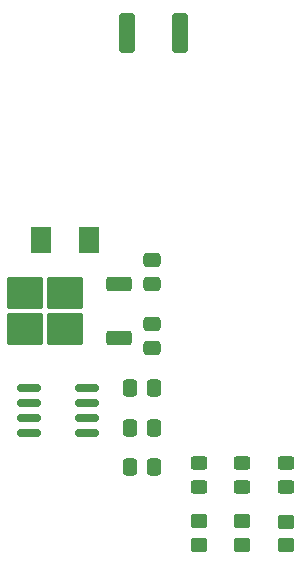
<source format=gtp>
%TF.GenerationSoftware,KiCad,Pcbnew,7.0.10-7.0.10~ubuntu22.04.1*%
%TF.CreationDate,2024-01-03T18:05:14-08:00*%
%TF.ProjectId,YamhillPowerDistribution,59616d68-696c-46c5-906f-776572446973,A*%
%TF.SameCoordinates,Original*%
%TF.FileFunction,Paste,Top*%
%TF.FilePolarity,Positive*%
%FSLAX46Y46*%
G04 Gerber Fmt 4.6, Leading zero omitted, Abs format (unit mm)*
G04 Created by KiCad (PCBNEW 7.0.10-7.0.10~ubuntu22.04.1) date 2024-01-03 18:05:14*
%MOMM*%
%LPD*%
G01*
G04 APERTURE LIST*
G04 Aperture macros list*
%AMRoundRect*
0 Rectangle with rounded corners*
0 $1 Rounding radius*
0 $2 $3 $4 $5 $6 $7 $8 $9 X,Y pos of 4 corners*
0 Add a 4 corners polygon primitive as box body*
4,1,4,$2,$3,$4,$5,$6,$7,$8,$9,$2,$3,0*
0 Add four circle primitives for the rounded corners*
1,1,$1+$1,$2,$3*
1,1,$1+$1,$4,$5*
1,1,$1+$1,$6,$7*
1,1,$1+$1,$8,$9*
0 Add four rect primitives between the rounded corners*
20,1,$1+$1,$2,$3,$4,$5,0*
20,1,$1+$1,$4,$5,$6,$7,0*
20,1,$1+$1,$6,$7,$8,$9,0*
20,1,$1+$1,$8,$9,$2,$3,0*%
G04 Aperture macros list end*
%ADD10RoundRect,0.250000X0.450000X-0.325000X0.450000X0.325000X-0.450000X0.325000X-0.450000X-0.325000X0*%
%ADD11RoundRect,0.250000X0.475000X-0.337500X0.475000X0.337500X-0.475000X0.337500X-0.475000X-0.337500X0*%
%ADD12RoundRect,0.250000X-0.337500X-0.475000X0.337500X-0.475000X0.337500X0.475000X-0.337500X0.475000X0*%
%ADD13R,1.800000X2.200000*%
%ADD14RoundRect,0.150000X0.825000X0.150000X-0.825000X0.150000X-0.825000X-0.150000X0.825000X-0.150000X0*%
%ADD15RoundRect,0.250000X-0.450000X0.350000X-0.450000X-0.350000X0.450000X-0.350000X0.450000X0.350000X0*%
%ADD16RoundRect,0.250000X0.850000X0.350000X-0.850000X0.350000X-0.850000X-0.350000X0.850000X-0.350000X0*%
%ADD17RoundRect,0.250000X1.275000X1.125000X-1.275000X1.125000X-1.275000X-1.125000X1.275000X-1.125000X0*%
%ADD18RoundRect,0.250000X0.400000X1.450000X-0.400000X1.450000X-0.400000X-1.450000X0.400000X-1.450000X0*%
G04 APERTURE END LIST*
D10*
%TO.C,D3*%
X121615000Y-93380000D03*
X121615000Y-91330000D03*
%TD*%
%TO.C,D2*%
X117900000Y-93380000D03*
X117900000Y-91330000D03*
%TD*%
D11*
%TO.C,C3*%
X114000000Y-81637500D03*
X114000000Y-79562500D03*
%TD*%
D12*
%TO.C,C4*%
X112062500Y-88400000D03*
X114137500Y-88400000D03*
%TD*%
D13*
%TO.C,D1*%
X108650000Y-72500000D03*
X104550000Y-72500000D03*
%TD*%
D14*
%TO.C,U2*%
X108475000Y-88805000D03*
X108475000Y-87535000D03*
X108475000Y-86265000D03*
X108475000Y-84995000D03*
X103525000Y-84995000D03*
X103525000Y-86265000D03*
X103525000Y-87535000D03*
X103525000Y-88805000D03*
%TD*%
D12*
%TO.C,C5*%
X112062500Y-85000000D03*
X114137500Y-85000000D03*
%TD*%
D15*
%TO.C,R2*%
X121600000Y-96300000D03*
X121600000Y-98300000D03*
%TD*%
D12*
%TO.C,C1*%
X112062500Y-91700000D03*
X114137500Y-91700000D03*
%TD*%
D16*
%TO.C,U1*%
X111200000Y-80760000D03*
D17*
X106575000Y-80005000D03*
X106575000Y-76955000D03*
X103225000Y-80005000D03*
X103225000Y-76955000D03*
D16*
X111200000Y-76200000D03*
%TD*%
D11*
%TO.C,C2*%
X114000000Y-76237500D03*
X114000000Y-74162500D03*
%TD*%
D15*
%TO.C,R1*%
X117945000Y-96300000D03*
X117945000Y-98300000D03*
%TD*%
D18*
%TO.C,F1*%
X116325000Y-55000000D03*
X111875000Y-55000000D03*
%TD*%
D10*
%TO.C,D4*%
X125300000Y-93425000D03*
X125300000Y-91375000D03*
%TD*%
D15*
%TO.C,R3*%
X125325000Y-96345000D03*
X125325000Y-98345000D03*
%TD*%
M02*

</source>
